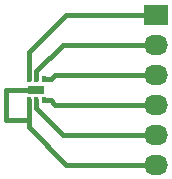
<source format=gbr>
G04 #@! TF.FileFunction,Copper,L1,Top,Signal*
%FSLAX46Y46*%
G04 Gerber Fmt 4.6, Leading zero omitted, Abs format (unit mm)*
G04 Created by KiCad (PCBNEW 4.0.2+e4-6225~38~ubuntu16.04.1-stable) date Fri 29 Jul 2016 04:20:05 PM PDT*
%MOMM*%
G01*
G04 APERTURE LIST*
%ADD10C,0.100000*%
%ADD11R,2.032000X1.727200*%
%ADD12O,2.032000X1.727200*%
%ADD13R,0.350000X0.500000*%
%ADD14R,1.450000X0.800000*%
%ADD15C,0.381000*%
G04 APERTURE END LIST*
D10*
D11*
X158750000Y-100330000D03*
D12*
X158750000Y-102870000D03*
X158750000Y-105410000D03*
X158750000Y-107950000D03*
X158750000Y-110490000D03*
X158750000Y-113030000D03*
D13*
X147940000Y-107580000D03*
X148590000Y-107580000D03*
X149240000Y-107580000D03*
X149240000Y-105780000D03*
X148590000Y-105780000D03*
X147940000Y-105780000D03*
D14*
X148590000Y-106680000D03*
D15*
X151130000Y-100330000D02*
X158750000Y-100330000D01*
X147940000Y-103520000D02*
X151130000Y-100330000D01*
X147940000Y-105780000D02*
X147940000Y-103520000D01*
X150869000Y-102870000D02*
X158750000Y-102870000D01*
X148590000Y-105780000D02*
X148590000Y-105149000D01*
X148590000Y-105149000D02*
X150869000Y-102870000D01*
X150166000Y-105410000D02*
X158750000Y-105410000D01*
X149240000Y-105780000D02*
X149796000Y-105780000D01*
X149796000Y-105780000D02*
X150166000Y-105410000D01*
X150166000Y-107950000D02*
X158750000Y-107950000D01*
X149240000Y-107580000D02*
X149796000Y-107580000D01*
X149796000Y-107580000D02*
X150166000Y-107950000D01*
X150869000Y-110490000D02*
X158750000Y-110490000D01*
X148590000Y-107580000D02*
X148590000Y-108211000D01*
X148590000Y-108211000D02*
X150869000Y-110490000D01*
X147940000Y-107580000D02*
X147940000Y-109220000D01*
X147940000Y-109220000D02*
X147940000Y-109840000D01*
X146050000Y-109220000D02*
X147940000Y-109220000D01*
X146050000Y-106680000D02*
X146050000Y-109220000D01*
X148590000Y-106680000D02*
X146050000Y-106680000D01*
X147940000Y-109840000D02*
X151130000Y-113030000D01*
X151130000Y-113030000D02*
X158750000Y-113030000D01*
M02*

</source>
